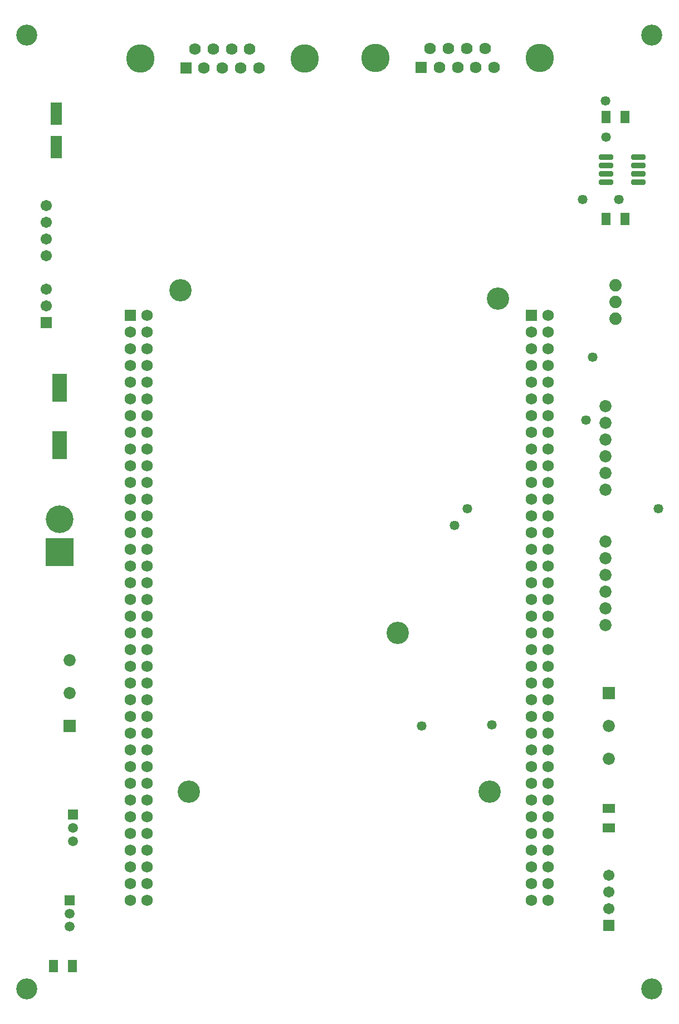
<source format=gts>
G04*
G04 #@! TF.GenerationSoftware,Altium Limited,Altium Designer,22.8.2 (66)*
G04*
G04 Layer_Color=8388736*
%FSLAX42Y42*%
%MOMM*%
G71*
G04*
G04 #@! TF.SameCoordinates,B6351484-2ED7-4914-87D0-F8C2F53150F7*
G04*
G04*
G04 #@! TF.FilePolarity,Negative*
G04*
G01*
G75*
%ADD20R,1.33X1.97*%
%ADD21R,2.20X4.30*%
%ADD22R,1.80X3.40*%
%ADD23R,1.97X1.33*%
G04:AMPARAMS|DCode=24|XSize=2.17mm|YSize=0.8mm|CornerRadius=0.18mm|HoleSize=0mm|Usage=FLASHONLY|Rotation=0.000|XOffset=0mm|YOffset=0mm|HoleType=Round|Shape=RoundedRectangle|*
%AMROUNDEDRECTD24*
21,1,2.17,0.45,0,0,0.0*
21,1,1.82,0.80,0,0,0.0*
1,1,0.35,0.91,-0.23*
1,1,0.35,-0.91,-0.23*
1,1,0.35,-0.91,0.23*
1,1,0.35,0.91,0.23*
%
%ADD24ROUNDEDRECTD24*%
%ADD25C,1.73*%
%ADD26C,3.40*%
%ADD27R,1.73X1.73*%
%ADD28C,1.85*%
%ADD29C,1.71*%
%ADD30R,1.71X1.71*%
%ADD31C,1.78*%
%ADD32R,1.85X1.85*%
%ADD33C,3.20*%
%ADD34R,1.78X1.78*%
%ADD35C,4.32*%
%ADD36R,1.52X1.52*%
%ADD37C,1.52*%
%ADD38C,1.88*%
%ADD39C,4.20*%
%ADD40R,4.20X4.20*%
%ADD41C,1.47*%
D20*
X653Y600D02*
D03*
X947D02*
D03*
X9347Y11950D02*
D03*
X9053D02*
D03*
Y13500D02*
D03*
X9347D02*
D03*
D21*
X750Y8515D02*
D03*
Y9385D02*
D03*
D22*
X700Y13050D02*
D03*
Y13550D02*
D03*
D23*
X9100Y2997D02*
D03*
Y2703D02*
D03*
D24*
X9547Y12890D02*
D03*
Y12764D02*
D03*
Y12636D02*
D03*
Y12510D02*
D03*
X9053D02*
D03*
Y12636D02*
D03*
Y12764D02*
D03*
Y12890D02*
D03*
D25*
X8175Y1601D02*
D03*
X7921D02*
D03*
X8175Y1855D02*
D03*
X7921D02*
D03*
X8175Y2109D02*
D03*
X7921D02*
D03*
X8175Y2363D02*
D03*
X7921D02*
D03*
X8175Y2617D02*
D03*
X7921D02*
D03*
X8175Y2871D02*
D03*
X7921D02*
D03*
X8175Y3125D02*
D03*
X7921D02*
D03*
X8175Y3379D02*
D03*
X7921D02*
D03*
X8175Y3633D02*
D03*
X7921D02*
D03*
X8175Y3887D02*
D03*
X7921D02*
D03*
X8175Y4141D02*
D03*
X7921D02*
D03*
X8175Y4395D02*
D03*
X7921D02*
D03*
X8175Y4649D02*
D03*
X7921D02*
D03*
X8175Y4903D02*
D03*
X7921D02*
D03*
X8175Y5157D02*
D03*
X7921D02*
D03*
X8175Y5411D02*
D03*
X7921D02*
D03*
X8175Y5665D02*
D03*
X7921D02*
D03*
X8175Y5919D02*
D03*
X7921D02*
D03*
X8175Y6173D02*
D03*
X7921D02*
D03*
X8175Y6427D02*
D03*
X7921D02*
D03*
X8175Y6681D02*
D03*
X7921D02*
D03*
X8175Y6935D02*
D03*
X7921D02*
D03*
X8175Y7189D02*
D03*
X7921D02*
D03*
X8175Y7443D02*
D03*
X7921D02*
D03*
X8175Y7697D02*
D03*
X7921D02*
D03*
X8175Y7951D02*
D03*
X7921D02*
D03*
X8175Y8205D02*
D03*
X7921D02*
D03*
X8175Y8459D02*
D03*
X7921D02*
D03*
X8175Y8713D02*
D03*
X7921D02*
D03*
X8175Y8967D02*
D03*
X7921D02*
D03*
X8175Y9221D02*
D03*
X7921D02*
D03*
X8175Y9475D02*
D03*
X7921D02*
D03*
X8175Y9729D02*
D03*
X7921D02*
D03*
X8175Y9983D02*
D03*
X7921D02*
D03*
X8175Y10237D02*
D03*
X7921D02*
D03*
X2079Y1603D02*
D03*
X1825D02*
D03*
X8175Y10491D02*
D03*
X2079Y1857D02*
D03*
X1825D02*
D03*
X2079Y2111D02*
D03*
X1825D02*
D03*
X2079Y2365D02*
D03*
X1825D02*
D03*
X2079Y2619D02*
D03*
X1825D02*
D03*
X2079Y2873D02*
D03*
X1825D02*
D03*
X2079Y3127D02*
D03*
X1825D02*
D03*
X2079Y3381D02*
D03*
X1825D02*
D03*
X2079Y3635D02*
D03*
X1825D02*
D03*
X2079Y3889D02*
D03*
X1825D02*
D03*
X2079Y4143D02*
D03*
X1825D02*
D03*
X2079Y4397D02*
D03*
X1825D02*
D03*
X2079Y4651D02*
D03*
X1825D02*
D03*
X2079Y4905D02*
D03*
X1825D02*
D03*
X2079Y5159D02*
D03*
X1825D02*
D03*
X2079Y5413D02*
D03*
X1825D02*
D03*
X2079Y5667D02*
D03*
X1825D02*
D03*
X2079Y5921D02*
D03*
X1825D02*
D03*
X2079Y6175D02*
D03*
X1825D02*
D03*
X2079Y6429D02*
D03*
X1825D02*
D03*
X2079Y6683D02*
D03*
X1825D02*
D03*
X2079Y6937D02*
D03*
X1825D02*
D03*
X2079Y7191D02*
D03*
X1825D02*
D03*
X2079Y7445D02*
D03*
X1825D02*
D03*
X2079Y7699D02*
D03*
X1825D02*
D03*
X2079Y7953D02*
D03*
X1825D02*
D03*
X2079Y8207D02*
D03*
X1825D02*
D03*
X2079Y8461D02*
D03*
X1825D02*
D03*
X2079Y8715D02*
D03*
X1825D02*
D03*
X2079Y8969D02*
D03*
X1825D02*
D03*
X2079Y9223D02*
D03*
X1825D02*
D03*
X2079Y9477D02*
D03*
X1825D02*
D03*
X2079Y9731D02*
D03*
X1825D02*
D03*
X2079Y9985D02*
D03*
X1825D02*
D03*
X2079Y10239D02*
D03*
X1825D02*
D03*
X2079Y10493D02*
D03*
D26*
X2587Y10874D02*
D03*
X5889Y5667D02*
D03*
X7413Y10747D02*
D03*
X7286Y3254D02*
D03*
X2714D02*
D03*
D27*
X7921Y10491D02*
D03*
X1825Y10493D02*
D03*
D28*
X9050Y8350D02*
D03*
Y8096D02*
D03*
Y7842D02*
D03*
Y8604D02*
D03*
Y8858D02*
D03*
Y9112D02*
D03*
X9100Y4250D02*
D03*
Y3750D02*
D03*
X900Y4750D02*
D03*
Y5250D02*
D03*
X9050Y6292D02*
D03*
Y6038D02*
D03*
Y5784D02*
D03*
Y6546D02*
D03*
Y6800D02*
D03*
Y7054D02*
D03*
D29*
X9100Y1981D02*
D03*
Y1727D02*
D03*
Y1473D02*
D03*
X550Y10630D02*
D03*
Y10884D02*
D03*
Y11392D02*
D03*
Y11646D02*
D03*
Y11900D02*
D03*
Y12154D02*
D03*
D30*
X9100Y1219D02*
D03*
X550Y10376D02*
D03*
D31*
X6384Y14542D02*
D03*
X6661D02*
D03*
X2808Y14534D02*
D03*
X3084D02*
D03*
X3777Y14250D02*
D03*
X3638Y14534D02*
D03*
X3500Y14250D02*
D03*
X3362Y14534D02*
D03*
X3223Y14250D02*
D03*
X2946D02*
D03*
X6522Y14258D02*
D03*
X6800D02*
D03*
X6938Y14542D02*
D03*
X7076Y14258D02*
D03*
X7215Y14542D02*
D03*
X7354Y14258D02*
D03*
D32*
X9100Y4750D02*
D03*
X900Y4250D02*
D03*
D33*
X250Y14750D02*
D03*
X9750D02*
D03*
Y250D02*
D03*
X250D02*
D03*
D34*
X2669Y14250D02*
D03*
X6246Y14258D02*
D03*
D35*
X4472Y14392D02*
D03*
X1974D02*
D03*
X5550Y14400D02*
D03*
X8049D02*
D03*
D36*
X900Y1600D02*
D03*
X950Y2900D02*
D03*
D37*
X900Y1400D02*
D03*
Y1200D02*
D03*
X950Y2700D02*
D03*
Y2500D02*
D03*
D38*
X9200Y10950D02*
D03*
Y10442D02*
D03*
Y10696D02*
D03*
D39*
X750Y7390D02*
D03*
D40*
Y6890D02*
D03*
D41*
X9850Y7550D02*
D03*
X8750Y8900D02*
D03*
X8700Y12250D02*
D03*
X8850Y9850D02*
D03*
X9053Y13200D02*
D03*
X9050Y13750D02*
D03*
X6250Y4250D02*
D03*
X7318Y4268D02*
D03*
X6950Y7550D02*
D03*
X6750Y7300D02*
D03*
X9250Y12250D02*
D03*
M02*

</source>
